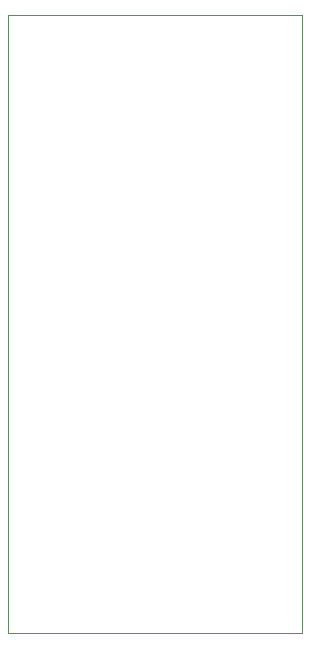
<source format=gbr>
%TF.GenerationSoftware,KiCad,Pcbnew,8.0.1*%
%TF.CreationDate,2024-03-27T22:20:37-06:00*%
%TF.ProjectId,weather-station-receiver,77656174-6865-4722-9d73-746174696f6e,rev?*%
%TF.SameCoordinates,Original*%
%TF.FileFunction,Profile,NP*%
%FSLAX46Y46*%
G04 Gerber Fmt 4.6, Leading zero omitted, Abs format (unit mm)*
G04 Created by KiCad (PCBNEW 8.0.1) date 2024-03-27 22:20:37*
%MOMM*%
%LPD*%
G01*
G04 APERTURE LIST*
%TA.AperFunction,Profile*%
%ADD10C,0.050000*%
%TD*%
G04 APERTURE END LIST*
D10*
X147370800Y-69951600D02*
X172262800Y-69951600D01*
X172262800Y-122275600D01*
X147370800Y-122275600D01*
X147370800Y-69951600D01*
M02*

</source>
